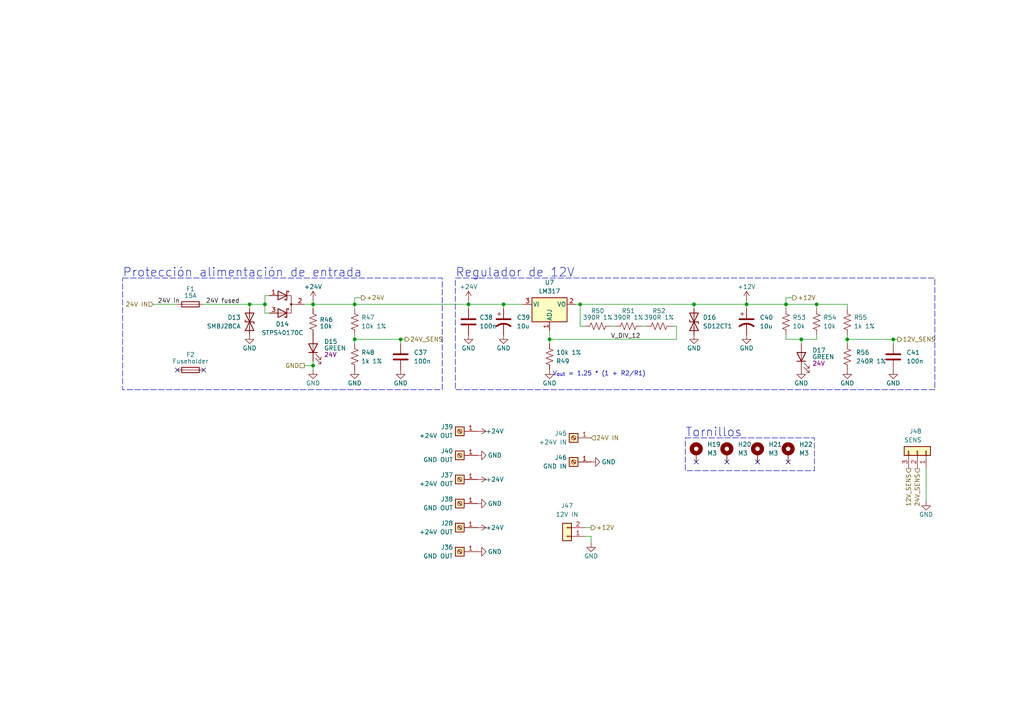
<source format=kicad_sch>
(kicad_sch (version 20250114) (generator "eeschema") (generator_version "9.0")
  (paper "A4")
  (lib_symbols
    (symbol "Connector:Screw_Terminal_01x01" (pin_names (offset 1.016) (hide yes))
      (property "Reference" "J" (at 0 2.54 0))
      (property "Value" "Screw_Terminal_01x01" (at 0 -2.54 0))
      (symbol "Screw_Terminal_01x01_1_1"
        (rectangle (start -1.27 1.27) (end 1.27 -1.27) (stroke (width 0.254)) (fill (type background)))
        (polyline (pts (xy -0.5334 0.3302) (xy 0.3302 -0.508)) (stroke (width 0.1524)))
        (polyline (pts (xy -0.3556 0.508) (xy 0.508 -0.3302)) (stroke (width 0.1524)))
        (circle (center 0 0) (radius 0.635) (stroke (width 0.1524)))
        (pin passive line (at -5.08 0 0) (length 3.81) (name "Pin_1") (number "1"))
      )
    )
    (symbol "Connector_Generic:Conn_01x02" (pin_names (offset 1.016) (hide yes))
      (property "Reference" "J" (at 0 2.54 0))
      (property "Value" "Conn_01x02" (at 0 -5.08 0))
      (symbol "Conn_01x02_1_1"
        (rectangle (start -1.27 1.27) (end 1.27 -3.81) (stroke (width 0.254)) (fill (type background)))
        (rectangle (start -1.27 0.127) (end 0 -0.127) (stroke (width 0.1524)))
        (rectangle (start -1.27 -2.413) (end 0 -2.667) (stroke (width 0.1524)))
        (pin passive line (at -5.08 0 0) (length 3.81) (name "Pin_1") (number "1"))
        (pin passive line (at -5.08 -2.54 0) (length 3.81) (name "Pin_2") (number "2"))
      )
    )
    (symbol "Connector_Generic:Conn_01x03" (pin_names (offset 1.016) (hide yes))
      (property "Reference" "J" (at 0 5.08 0))
      (property "Value" "Conn_01x03" (at 0 -5.08 0))
      (symbol "Conn_01x03_1_1"
        (rectangle (start -1.27 3.81) (end 1.27 -3.81) (stroke (width 0.254)) (fill (type background)))
        (rectangle (start -1.27 2.667) (end 0 2.413) (stroke (width 0.1524)))
        (rectangle (start -1.27 0.127) (end 0 -0.127) (stroke (width 0.1524)))
        (rectangle (start -1.27 -2.413) (end 0 -2.667) (stroke (width 0.1524)))
        (pin passive line (at -5.08 2.54 0) (length 3.81) (name "Pin_1") (number "1"))
        (pin passive line (at -5.08 0 0) (length 3.81) (name "Pin_2") (number "2"))
        (pin passive line (at -5.08 -2.54 0) (length 3.81) (name "Pin_3") (number "3"))
      )
    )
    (symbol "Device:C" (pin_numbers (hide yes)) (pin_names (offset 0.254))
      (property "Reference" "C" (at 0.635 2.54 0))
      (property "Value" "C" (at 0.635 -2.54 0))
      (symbol "C_0_1"
        (polyline (pts (xy -2.032 0.762) (xy 2.032 0.762)) (stroke (width 0.508)))
        (polyline (pts (xy -2.032 -0.762) (xy 2.032 -0.762)) (stroke (width 0.508)))
      )
      (symbol "C_1_1"
        (pin passive line (at 0 3.81 270) (length 2.794) (name "~") (number "1"))
        (pin passive line (at 0 -3.81 90) (length 2.794) (name "~") (number "2"))
      )
    )
    (symbol "Device:C_Polarized_US" (pin_numbers (hide yes)) (pin_names (offset 0.254) (hide yes))
      (property "Reference" "C" (at 0.635 2.54 0))
      (property "Value" "C_Polarized_US" (at 0.635 -2.54 0))
      (symbol "C_Polarized_US_0_1"
        (polyline (pts (xy -2.032 0.762) (xy 2.032 0.762)) (stroke (width 0.508)))
        (polyline (pts (xy -1.778 2.286) (xy -0.762 2.286)))
        (polyline (pts (xy -1.27 1.778) (xy -1.27 2.794)))
        (arc (start -2.032 -1.27) (mid 0 -0.5572) (end 2.032 -1.27) (stroke (width 0.508)))
      )
      (symbol "C_Polarized_US_1_1"
        (pin passive line (at 0 3.81 270) (length 2.794) (name "~") (number "1"))
        (pin passive line (at 0 -3.81 90) (length 3.302) (name "~") (number "2"))
      )
    )
    (symbol "Device:D_Schottky_Dual_CommonCathode_AKA_Parallel" (pin_names (offset 0.762) (hide yes))
      (property "Reference" "D" (at 0 5.08 0))
      (property "Value" "D_Schottky_Dual_CommonCathode_AKA_Parallel" (at 0 -5.08 0))
      (symbol "D_Schottky_Dual_CommonCathode_AKA_Parallel_0_1"
        (polyline (pts (xy -2.54 3.81) (xy 0 2.54) (xy -2.54 1.27) (xy -2.54 3.81) (xy -2.54 3.81) (xy -2.54 3.81)) (stroke (width 0.254)))
        (polyline (pts (xy -2.54 -1.27) (xy 0 -2.54) (xy -2.54 -3.81) (xy -2.54 -1.27) (xy -2.54 -1.27) (xy -2.54 -1.27)) (stroke (width 0.254)))
        (polyline (pts (xy -2.54 -2.54) (xy 1.27 -2.54) (xy 1.27 2.54) (xy -2.54 2.54)))
        (polyline (pts (xy 0.508 3.556) (xy 0.508 3.81) (xy 0 3.81) (xy 0 1.27) (xy -0.508 1.27) (xy -0.508 1.524)) (stroke (width 0.254)))
        (polyline (pts (xy 0.508 -1.524) (xy 0.508 -1.27) (xy 0 -1.27) (xy 0 -3.81) (xy -0.508 -3.81) (xy -0.508 -3.556)) (stroke (width 0.254)))
        (polyline (pts (xy 1.27 0) (xy 2.54 0)))
        (circle (center 1.27 0) (radius 0.254) (fill (type outline)))
        (pin passive line (at -5.08 2.54 0) (length 2.54) (name "A") (number "1"))
        (pin passive line (at -5.08 -2.54 0) (length 2.54) (name "A") (number "3"))
        (pin passive line (at 5.08 0 180) (length 2.54) (name "K") (number "2"))
      )
    )
    (symbol "Device:D_TVS" (pin_numbers (hide yes)) (pin_names (offset 1.016) (hide yes))
      (property "Reference" "D" (at 0 2.54 0))
      (property "Value" "D_TVS" (at 0 -2.54 0))
      (symbol "D_TVS_0_1"
        (polyline (pts (xy -2.54 1.27) (xy -2.54 -1.27) (xy 2.54 1.27) (xy 2.54 -1.27) (xy -2.54 1.27)) (stroke (width 0.254)))
        (polyline (pts (xy 0.508 1.27) (xy 0 1.27) (xy 0 -1.27) (xy -0.508 -1.27)) (stroke (width 0.254)))
        (polyline (pts (xy 1.27 0) (xy -1.27 0)))
      )
      (symbol "D_TVS_1_1"
        (pin passive line (at -3.81 0 0) (length 2.54) (name "A1") (number "1"))
        (pin passive line (at 3.81 0 180) (length 2.54) (name "A2") (number "2"))
      )
    )
    (symbol "Device:Fuse" (pin_numbers (hide yes)) (pin_names (offset 0))
      (property "Reference" "F" (at 2.032 0 90))
      (property "Value" "Fuse" (at -1.905 0 90))
      (symbol "Fuse_0_1"
        (rectangle (start -0.762 -2.54) (end 0.762 2.54) (stroke (width 0.254)))
        (polyline (pts (xy 0 2.54) (xy 0 -2.54)))
      )
      (symbol "Fuse_1_1"
        (pin passive line (at 0 3.81 270) (length 1.27) (name "~") (number "1"))
        (pin passive line (at 0 -3.81 90) (length 1.27) (name "~") (number "2"))
      )
    )
    (symbol "Device:LED" (pin_numbers (hide yes)) (pin_names (offset 1.016) (hide yes))
      (property "Reference" "D" (at 0 2.54 0))
      (property "Value" "LED" (at 0 -2.54 0))
      (symbol "LED_0_1"
        (polyline (pts (xy -3.048 -0.762) (xy -4.572 -2.286) (xy -3.81 -2.286) (xy -4.572 -2.286) (xy -4.572 -1.524)))
        (polyline (pts (xy -1.778 -0.762) (xy -3.302 -2.286) (xy -2.54 -2.286) (xy -3.302 -2.286) (xy -3.302 -1.524)))
        (polyline (pts (xy -1.27 0) (xy 1.27 0)))
        (polyline (pts (xy -1.27 -1.27) (xy -1.27 1.27)) (stroke (width 0.254)))
        (polyline (pts (xy 1.27 -1.27) (xy 1.27 1.27) (xy -1.27 0) (xy 1.27 -1.27)) (stroke (width 0.254)))
      )
      (symbol "LED_1_1"
        (pin passive line (at -3.81 0 0) (length 2.54) (name "K") (number "1"))
        (pin passive line (at 3.81 0 180) (length 2.54) (name "A") (number "2"))
      )
    )
    (symbol "Device:R_US" (pin_numbers (hide yes)) (pin_names (offset 0))
      (property "Reference" "R" (at 2.54 0 90))
      (property "Value" "R_US" (at -2.54 0 90))
      (symbol "R_US_0_1"
        (polyline (pts (xy 0 2.286) (xy 0 2.54)))
        (polyline (pts (xy 0 2.286) (xy 1.016 1.905) (xy 0 1.524) (xy -1.016 1.143) (xy 0 0.762)))
        (polyline (pts (xy 0 0.762) (xy 1.016 0.381) (xy 0 0) (xy -1.016 -0.381) (xy 0 -0.762)))
        (polyline (pts (xy 0 -0.762) (xy 1.016 -1.143) (xy 0 -1.524) (xy -1.016 -1.905) (xy 0 -2.286)))
        (polyline (pts (xy 0 -2.286) (xy 0 -2.54)))
      )
      (symbol "R_US_1_1"
        (pin passive line (at 0 3.81 270) (length 1.27) (name "~") (number "1"))
        (pin passive line (at 0 -3.81 90) (length 1.27) (name "~") (number "2"))
      )
    )
    (symbol "Mechanical:MountingHole_Pad" (pin_numbers (hide yes)) (pin_names (offset 1.016) (hide yes)) (exclude_from_sim yes) (in_bom no)
      (property "Reference" "H" (at 0 6.35 0))
      (property "Value" "MountingHole_Pad" (at 0 4.445 0))
      (symbol "MountingHole_Pad_0_1"
        (circle (center 0 1.27) (radius 1.27) (stroke (width 1.27)))
      )
      (symbol "MountingHole_Pad_1_1"
        (pin input line (at 0 -2.54 90) (length 2.54) (name "1") (number "1"))
      )
    )
    (symbol "Regulator_Linear:LM317_TO-220" (pin_names (offset 0.254))
      (property "Reference" "U" (at -3.81 3.175 0))
      (property "Value" "LM317_TO-220" (at 0 3.175 0))
      (symbol "LM317_TO-220_0_1"
        (rectangle (start -5.08 1.905) (end 5.08 -5.08) (stroke (width 0.254)) (fill (type background)))
      )
      (symbol "LM317_TO-220_1_1"
        (pin power_in line (at -7.62 0 0) (length 2.54) (name "VI") (number "3"))
        (pin input line (at 0 -7.62 90) (length 2.54) (name "ADJ") (number "1"))
        (pin power_out line (at 7.62 0 180) (length 2.54) (name "VO") (number "2"))
      )
    )
    (symbol "power:+12V" (power) (pin_numbers (hide yes)) (pin_names (offset 0) (hide yes))
      (property "Value" "+12V" (at 0 3.556 0))
      (symbol "+12V_0_1"
        (polyline (pts (xy -0.762 1.27) (xy 0 2.54)))
        (polyline (pts (xy 0 2.54) (xy 0.762 1.27)))
        (polyline (pts (xy 0 0) (xy 0 2.54)))
      )
      (symbol "+12V_1_1"
        (pin power_in line (at 0 0 90) (length 0) (name "~") (number "1"))
      )
    )
    (symbol "power:+24V" (power) (pin_numbers (hide yes)) (pin_names (offset 0) (hide yes))
      (property "Value" "+24V" (at 0 3.556 0))
      (symbol "+24V_0_1"
        (polyline (pts (xy -0.762 1.27) (xy 0 2.54)))
        (polyline (pts (xy 0 2.54) (xy 0.762 1.27)))
        (polyline (pts (xy 0 0) (xy 0 2.54)))
      )
      (symbol "+24V_1_1"
        (pin power_in line (at 0 0 90) (length 0) (name "~") (number "1"))
      )
    )
    (symbol "power:GND" (power) (pin_names (offset 0))
      (property "Value" "GND" (at 0 -3.81 0))
      (symbol "GND_0_1"
        (polyline (pts (xy 0 0) (xy 0 -1.27) (xy 1.27 -1.27) (xy 0 -2.54) (xy -1.27 -1.27) (xy 0 -1.27)))
      )
      (symbol "GND_1_1"
        (pin power_in line (at 0 0 270) (length 0) (hide yes) (name "GND") (number "1"))
      )
    )
  )
  (rectangle (start 132.08 80.645) (end 271.145 113.03) (stroke (width 0) (type dash)))
  (rectangle (start 198.755 127) (end 236.22 136.525) (stroke (width 0) (type dash)))
  (rectangle (start 35.56 80.645) (end 128.27 113.03) (stroke (width 0) (type dash)))
  (text "Protección alimentación de entrada" (at 35.56 80.645 0) (effects (font (size 2.54 2.54)) (justify left bottom)))
  (text "V_{out} = 1.25 * (1 + R2/R1)" (at 187.325 109.22 0) (effects (font (size 1.27 1.27)) (justify right bottom)))
  (text "Regulador de 12V" (at 132.08 80.645 0) (effects (font (size 2.54 2.54)) (justify left bottom)))
  (text "Tornillos" (at 198.755 127 0) (effects (font (size 2.54 2.54)) (justify left bottom)))
  (junction (at 259.08 98.425))
  (junction (at 216.535 88.265))
  (junction (at 90.805 106.045))
  (junction (at 72.39 88.265))
  (junction (at 245.745 98.425))
  (junction (at 168.275 88.265))
  (junction (at 201.295 88.265))
  (junction (at 116.205 98.425))
  (junction (at 232.41 98.425))
  (junction (at 90.805 88.265))
  (junction (at 135.89 88.265))
  (junction (at 159.385 98.425))
  (junction (at 227.965 88.265))
  (junction (at 236.855 88.265))
  (junction (at 102.87 98.425))
  (junction (at 76.835 88.265))
  (junction (at 102.87 88.265))
  (junction (at 146.05 88.265))
  (no_connect (at 201.93 133.985))
  (no_connect (at 210.82 133.985))
  (no_connect (at 219.71 133.985))
  (no_connect (at 51.435 107.315))
  (no_connect (at 59.055 107.315))
  (no_connect (at 228.6 133.985))
  (wire (pts (xy 178.435 94.615) (xy 177.165 94.615)))
  (wire (pts (xy 236.855 88.265) (xy 236.855 89.535)))
  (wire (pts (xy 227.965 88.265) (xy 216.535 88.265)))
  (wire (pts (xy 236.855 98.425) (xy 232.41 98.425)))
  (wire (pts (xy 245.745 89.535) (xy 245.745 88.265)))
  (wire (pts (xy 227.965 86.36) (xy 227.965 88.265)))
  (wire (pts (xy 90.805 88.265) (xy 102.87 88.265)))
  (wire (pts (xy 135.89 88.265) (xy 146.05 88.265)))
  (wire (pts (xy 259.08 98.425) (xy 259.08 99.695)))
  (wire (pts (xy 227.965 97.155) (xy 227.965 98.425)))
  (wire (pts (xy 216.535 88.265) (xy 216.535 89.535)))
  (wire (pts (xy 187.325 94.615) (xy 186.055 94.615)))
  (wire (pts (xy 72.39 89.535) (xy 72.39 88.265)))
  (wire (pts (xy 76.835 85.725) (xy 76.835 88.265)))
  (wire (pts (xy 171.45 155.575) (xy 171.45 157.48)))
  (wire (pts (xy 229.87 86.36) (xy 227.965 86.36)))
  (wire (pts (xy 102.87 86.36) (xy 102.87 88.265)))
  (wire (pts (xy 236.855 98.425) (xy 236.855 97.155)))
  (wire (pts (xy 245.745 97.155) (xy 245.745 98.425)))
  (wire (pts (xy 104.775 86.36) (xy 102.87 86.36)))
  (wire (pts (xy 236.855 88.265) (xy 227.965 88.265)))
  (wire (pts (xy 201.295 89.535) (xy 201.295 88.265)))
  (wire (pts (xy 216.535 86.995) (xy 216.535 88.265)))
  (wire (pts (xy 159.385 98.425) (xy 159.385 95.885)))
  (wire (pts (xy 159.385 98.425) (xy 196.215 98.425)))
  (wire (pts (xy 245.745 88.265) (xy 236.855 88.265)))
  (wire (pts (xy 44.45 88.265) (xy 51.435 88.265)))
  (wire (pts (xy 168.275 94.615) (xy 169.545 94.615)))
  (wire (pts (xy 201.295 88.265) (xy 216.535 88.265)))
  (wire (pts (xy 168.275 94.615) (xy 168.275 88.265)))
  (wire (pts (xy 245.745 98.425) (xy 259.08 98.425)))
  (wire (pts (xy 59.055 88.265) (xy 72.39 88.265)))
  (wire (pts (xy 78.105 85.725) (xy 76.835 85.725)))
  (wire (pts (xy 102.87 88.265) (xy 135.89 88.265)))
  (wire (pts (xy 90.805 86.995) (xy 90.805 88.265)))
  (wire (pts (xy 90.805 106.045) (xy 90.805 107.315)))
  (wire (pts (xy 245.745 99.695) (xy 245.745 98.425)))
  (wire (pts (xy 88.265 106.045) (xy 90.805 106.045)))
  (wire (pts (xy 102.87 98.425) (xy 102.87 99.695)))
  (wire (pts (xy 159.385 98.425) (xy 159.385 99.695)))
  (wire (pts (xy 146.05 88.265) (xy 146.05 89.535)))
  (wire (pts (xy 151.765 88.265) (xy 146.05 88.265)))
  (wire (pts (xy 90.805 88.265) (xy 90.805 89.535)))
  (wire (pts (xy 135.89 86.995) (xy 135.89 88.265)))
  (wire (pts (xy 227.965 89.535) (xy 227.965 88.265)))
  (wire (pts (xy 102.87 88.265) (xy 102.87 89.535)))
  (wire (pts (xy 78.105 90.805) (xy 76.835 90.805)))
  (wire (pts (xy 232.41 98.425) (xy 232.41 99.695)))
  (wire (pts (xy 259.08 98.425) (xy 260.35 98.425)))
  (wire (pts (xy 167.005 88.265) (xy 168.275 88.265)))
  (wire (pts (xy 196.215 94.615) (xy 196.215 98.425)))
  (wire (pts (xy 169.545 155.575) (xy 171.45 155.575)))
  (wire (pts (xy 90.805 104.775) (xy 90.805 106.045)))
  (wire (pts (xy 88.265 88.265) (xy 90.805 88.265)))
  (wire (pts (xy 232.41 98.425) (xy 227.965 98.425)))
  (wire (pts (xy 116.205 98.425) (xy 116.205 99.695)))
  (wire (pts (xy 268.605 135.89) (xy 268.605 145.415)))
  (wire (pts (xy 76.835 90.805) (xy 76.835 88.265)))
  (wire (pts (xy 102.87 98.425) (xy 116.205 98.425)))
  (wire (pts (xy 72.39 88.265) (xy 76.835 88.265)))
  (wire (pts (xy 168.275 88.265) (xy 201.295 88.265)))
  (wire (pts (xy 135.89 89.535) (xy 135.89 88.265)))
  (wire (pts (xy 196.215 94.615) (xy 194.945 94.615)))
  (wire (pts (xy 116.205 98.425) (xy 117.475 98.425)))
  (wire (pts (xy 102.87 97.155) (xy 102.87 98.425)))
  (wire (pts (xy 171.45 153.035) (xy 169.545 153.035)))
  (label "24V fused" (at 59.69 88.265 0))
  (label "V_DIV_12" (at 177.165 98.425 0))
  (label "24V in" (at 45.72 88.265 0))
  (hierarchical_label "24V IN" (shape input) (at 44.45 88.265 180))
  (hierarchical_label "+24V" (shape output) (at 104.775 86.36 0))
  (hierarchical_label "GND" (shape passive) (at 88.265 106.045 180))
  (hierarchical_label "24V_SENS" (shape output) (at 266.065 135.89 270))
  (hierarchical_label "12V_SENS" (shape output) (at 263.525 135.89 270))
  (hierarchical_label "+12V" (shape output) (at 229.87 86.36 0))
  (hierarchical_label "+12V" (shape output) (at 171.45 153.035 0))
  (hierarchical_label "24V_SENS" (shape output) (at 117.475 98.425 0))
  (hierarchical_label "12V_SENS" (shape output) (at 260.35 98.425 0))
  (hierarchical_label "24V IN" (shape input) (at 171.45 127 0))
  (symbol (lib_id "power:GND") (at 245.745 107.315 0) (unit 1)
    (property "Reference" "#PWR0110" (effects (hide yes)))
    (property "Value" "GND" (at 245.745 111.125 0))
  )
  (symbol (lib_id "power:GND") (at 171.45 157.48 0) (unit 1)
    (property "Reference" "#PWR096" (effects (hide yes)))
    (property "Value" "GND" (at 171.45 161.29 0))
  )
  (symbol (lib_id "Connector:Screw_Terminal_01x01") (at 166.37 133.985 180) (unit 1)
    (property "Reference" "J46" (at 164.465 132.715 0) (effects (justify left)))
    (property "Value" "GND IN" (at 164.465 135.255 0) (effects (justify left)))
    (property "Footprint" "MountingHole:MountingHole_2.5mm_Pad_TopBottom" (effects (hide yes)))
    (property "Datasheet" "-" (effects (hide yes)))
    (property "LCSC part" "-" (effects (hide yes)))
  )
  (symbol (lib_id "power:+24V") (at 90.805 86.995 0) (mirror y) (unit 1)
    (property "Reference" "#PWR098" (effects (hide yes)))
    (property "Value" "+24V" (at 90.805 83.185 0))
    (property "Description" "Power symbol creates a global label with name \"+24V\"" (effects (hide yes)))
  )
  (symbol (lib_id "Mechanical:MountingHole_Pad") (at 210.82 131.445 0) (unit 1)
    (property "Reference" "H20" (at 213.995 128.905 0) (effects (justify left)))
    (property "Value" "M3" (at 213.995 131.445 0) (effects (justify left)))
    (property "Footprint" "MountingHole:MountingHole_3.2mm_M3" (effects (hide yes)))
    (property "Description" "Mounting Hole with connection" (effects (hide yes)))
  )
  (symbol (lib_id "Device:R_US") (at 102.87 93.345 0) (unit 1)
    (property "Reference" "R47" (at 104.775 92.075 0) (effects (justify left)))
    (property "Value" "10k 1%" (at 104.775 94.615 0) (effects (justify left)))
    (property "Footprint" "Resistor_SMD:R_0603_1608Metric" (effects (hide yes)))
    (property "Datasheet" "https://www.lcsc.com/datasheet/lcsc_datasheet_2410121258_LIZ-Elec-CR0603FA1002G_C126901.pdf" (effects (hide yes)))
    (property "LCSC part" " C126901" (effects (hide yes)))
  )
  (symbol (lib_id "power:GND") (at 116.205 107.315 0) (unit 1)
    (property "Reference" "#PWR0101" (effects (hide yes)))
    (property "Value" "GND" (at 116.205 111.125 0))
  )
  (symbol (lib_id "Mechanical:MountingHole_Pad") (at 201.93 131.445 0) (unit 1)
    (property "Reference" "H19" (at 205.105 128.905 0) (effects (justify left)))
    (property "Value" "M3" (at 205.105 131.445 0) (effects (justify left)))
    (property "Footprint" "MountingHole:MountingHole_3.2mm_M3" (effects (hide yes)))
    (property "Description" "Mounting Hole with connection" (effects (hide yes)))
  )
  (symbol (lib_id "power:GND") (at 146.05 97.155 0) (unit 1)
    (property "Reference" "#PWR0104" (effects (hide yes)))
    (property "Value" "GND" (at 146.05 100.965 0))
  )
  (symbol (lib_id "power:GND") (at 72.39 97.155 0) (mirror y) (unit 1)
    (property "Reference" "#PWR097" (effects (hide yes)))
    (property "Value" "GND" (at 72.39 100.965 0))
  )
  (symbol (lib_id "Connector:Screw_Terminal_01x01") (at 133.35 132.08 180) (unit 1)
    (property "Reference" "J40" (at 131.445 130.81 0) (effects (justify left)))
    (property "Value" "GND OUT" (at 131.445 133.35 0) (effects (justify left)))
    (property "Footprint" "MountingHole:MountingHole_2.5mm_Pad_TopBottom" (effects (hide yes)))
    (property "Datasheet" "-" (effects (hide yes)))
    (property "LCSC part" "-" (effects (hide yes)))
  )
  (symbol (lib_id "Device:C") (at 116.205 103.505 0) (unit 1)
    (property "Reference" "C37" (at 120.015 102.2349 0) (effects (justify left)))
    (property "Value" "100n" (at 120.015 104.7749 0) (effects (justify left)))
    (property "Footprint" "Capacitor_SMD:C_0603_1608Metric" (effects (hide yes)))
    (property "Datasheet" "https://www.lcsc.com/datasheet/lcsc_datasheet_2208181800_FOJAN-FCC0603B104K500CT_C5137636.pdf" (effects (hide yes)))
    (property "LCSC part" " C5137636" (effects (hide yes)))
  )
  (symbol (lib_id "power:GND") (at 268.605 145.415 0) (mirror y) (unit 1)
    (property "Reference" "#PWR095" (effects (hide yes)))
    (property "Value" "GND" (at 268.605 149.225 0))
  )
  (symbol (lib_id "Device:C") (at 259.08 103.505 0) (unit 1)
    (property "Reference" "C41" (at 262.89 102.2349 0) (effects (justify left)))
    (property "Value" "100n" (at 262.89 104.7749 0) (effects (justify left)))
    (property "Footprint" "Capacitor_SMD:C_0603_1608Metric" (effects (hide yes)))
    (property "Datasheet" "https://www.lcsc.com/datasheet/lcsc_datasheet_2208181800_FOJAN-FCC0603B104K500CT_C5137636.pdf" (effects (hide yes)))
    (property "LCSC part" " C5137636" (effects (hide yes)))
  )
  (symbol (lib_id "power:GND") (at 171.45 133.985 90) (unit 1)
    (property "Reference" "#PWR090" (effects (hide yes)))
    (property "Value" "GND" (at 176.53 133.985 90))
    (property "Description" "Power symbol creates a global label with name \"GND\" , ground" (effects (hide yes)))
  )
  (symbol (lib_id "Device:R_US") (at 173.355 94.615 90) (unit 1)
    (property "Reference" "R50" (at 173.355 90.17 90))
    (property "Value" "390R 1%" (at 173.355 92.075 90))
    (property "Footprint" "Resistor_SMD:R_0603_1608Metric" (effects (hide yes)))
    (property "Datasheet" "https://www.lcsc.com/datasheet/lcsc_datasheet_2206021245_VO-SCR0603F390R_C3016257.pdf" (effects (hide yes)))
    (property "LCSC part" " C3016257" (effects (hide yes)))
  )
  (symbol (lib_id "Device:Fuse") (at 55.245 88.265 90) (unit 1)
    (property "Reference" "F1" (at 55.245 83.82 90))
    (property "Value" "15A" (at 55.245 85.725 90))
    (property "Footprint" "RTSpeed:Fuseholder_Automotive" (effects (hide yes)))
    (property "Datasheet" "https://www.littelfuse.com/assetdocs/littelfuse_datasheet_297_mini32v.pdf?assetguid=42c9dd21-a88e-4328-8e67-2f832444faf1" (effects (hide yes)))
    (property "Description" "0297015.WXNV" (effects (hide yes)))
    (property "LCSC part" "C151095" (effects (hide yes)))
  )
  (symbol (lib_id "Device:R_US") (at 102.87 103.505 180) (unit 1)
    (property "Reference" "R48" (at 104.775 102.235 0) (effects (justify right)))
    (property "Value" "1k 1%" (at 104.775 104.775 0) (effects (justify right)))
    (property "Footprint" "Resistor_SMD:R_0603_1608Metric" (effects (hide yes)))
    (property "Datasheet" "https://www.lcsc.com/datasheet/lcsc_datasheet_2304140030_RALEC-RTT031001FTP_C103198.pdf" (effects (hide yes)))
    (property "Sim.Device" "R" (effects (hide yes)))
    (property "Sim.Pins" "1=+ 2=-" (effects (hide yes)))
    (property "LCSC part" " C103198" (effects (hide yes)))
  )
  (symbol (lib_id "power:GND") (at 138.43 160.02 90) (unit 1)
    (property "Reference" "#PWR026" (effects (hide yes)))
    (property "Value" "GND" (at 143.51 160.02 90))
    (property "Description" "Power symbol creates a global label with name \"GND\" , ground" (effects (hide yes)))
  )
  (symbol (lib_id "Connector:Screw_Terminal_01x01") (at 133.35 125.095 180) (unit 1)
    (property "Reference" "J39" (at 131.445 123.825 0) (effects (justify left)))
    (property "Value" "+24V OUT" (at 131.445 126.365 0) (effects (justify left)))
    (property "Footprint" "MountingHole:MountingHole_2.5mm_Pad_TopBottom" (effects (hide yes)))
    (property "Datasheet" "-" (effects (hide yes)))
    (property "LCSC part" "-" (effects (hide yes)))
  )
  (symbol (lib_id "Device:Fuse") (at 55.245 107.315 90) (unit 1) (on_board no)
    (property "Reference" "F2" (at 55.245 102.87 90))
    (property "Value" "Fuseholder" (at 55.245 104.775 90))
    (property "Datasheet" "https://www.lcsc.com/datasheet/lcsc_datasheet_2410121830_XFCN-XF-508P-B-B_C19727305.pdf" (effects (hide yes)))
    (property "Description" "Fuse" (effects (hide yes)))
    (property "LCSC part" "C19727305" (effects (hide yes)))
  )
  (symbol (lib_id "power:GND") (at 138.43 132.08 90) (unit 1)
    (property "Reference" "#PWR031" (effects (hide yes)))
    (property "Value" "GND" (at 143.51 132.08 90))
    (property "Description" "Power symbol creates a global label with name \"GND\" , ground" (effects (hide yes)))
  )
  (symbol (lib_id "power:GND") (at 102.87 107.315 0) (unit 1)
    (property "Reference" "#PWR0100" (effects (hide yes)))
    (property "Value" "GND" (at 102.87 111.125 0))
  )
  (symbol (lib_id "power:+24V") (at 138.43 153.035 270) (mirror x) (unit 1)
    (property "Reference" "#PWR064" (effects (hide yes)))
    (property "Value" "+24V" (at 143.51 153.035 90))
    (property "Description" "Power symbol creates a global label with name \"+24V\"" (effects (hide yes)))
  )
  (symbol (lib_id "Device:C_Polarized_US") (at 216.535 93.345 0) (unit 1)
    (property "Reference" "C40" (at 220.345 92.075 0) (effects (justify left)))
    (property "Value" "10u" (at 220.345 94.615 0) (effects (justify left)))
    (property "Footprint" "Capacitor_SMD:CP_Elec_4x5.4" (effects (hide yes)))
    (property "Datasheet" "https://www.lcsc.com/datasheet/lcsc_datasheet_2410121458_ROQANG-RVT1E100M0405_C72484.pdf" (effects (hide yes)))
    (property "LCSC part" "C72484" (effects (hide yes)))
  )
  (symbol (lib_id "Device:D_TVS") (at 72.39 93.345 90) (unit 1)
    (property "Reference" "D13" (at 69.85 92.075 90) (effects (justify left)))
    (property "Value" "SMBJ28CA" (at 69.85 94.615 90) (effects (justify left)))
    (property "Footprint" "Diode_SMD:D_SMB" (effects (hide yes)))
    (property "Datasheet" "https://www.littelfuse.com/assetdocs/tvs-diodes-smbj-series-datasheet?assetguid=09a6ae9a-73cb-4ac4-acac-e6dab92ab953" (effects (hide yes)))
    (property "Description" "Bidirectional transient-voltage-suppression diode" (effects (hide yes)))
    (property "LCSC part" " C151259" (effects (hide yes)))
  )
  (symbol (lib_id "power:+24V") (at 135.89 86.995 0) (unit 1)
    (property "Reference" "#PWR0102" (effects (hide yes)))
    (property "Value" "+24V" (at 135.89 83.185 0))
    (property "Description" "Power symbol creates a global label with name \"+24V\"" (effects (hide yes)))
  )
  (symbol (lib_id "Device:R_US") (at 236.855 93.345 0) (unit 1)
    (property "Reference" "R54" (at 238.76 92.075 0) (effects (justify left)))
    (property "Value" "10k" (at 238.76 94.615 0) (effects (justify left)))
    (property "Footprint" "Resistor_SMD:R_0603_1608Metric" (effects (hide yes)))
    (property "Datasheet" "https://www.lcsc.com/datasheet/lcsc_datasheet_2410121258_LIZ-Elec-CR0603FA1002G_C126901.pdf" (effects (hide yes)))
    (property "LCSC part" " C126901" (effects (hide yes)))
  )
  (symbol (lib_id "power:GND") (at 138.43 146.05 90) (unit 1)
    (property "Reference" "#PWR027" (effects (hide yes)))
    (property "Value" "GND" (at 143.51 146.05 90))
    (property "Description" "Power symbol creates a global label with name \"GND\" , ground" (effects (hide yes)))
  )
  (symbol (lib_id "Connector_Generic:Conn_01x03") (at 266.065 130.81 270) (mirror x) (unit 1)
    (property "Reference" "J48" (at 267.335 125.095 90) (effects (justify right)))
    (property "Value" "SENS" (at 267.335 127.635 90) (effects (justify right)))
    (property "Footprint" "Connector_JST:JST_PH_B3B-PH-K_1x03_P2.00mm_Vertical" (effects (hide yes)))
    (property "Description" "Generic connector, single row, 01x03, script generated (kicad-library-utils/schlib/autogen/connector/)" (effects (hide yes)))
  )
  (symbol (lib_id "power:GND") (at 201.295 97.155 0) (unit 1)
    (property "Reference" "#PWR0106" (effects (hide yes)))
    (property "Value" "GND" (at 201.295 100.965 0))
  )
  (symbol (lib_id "Device:R_US") (at 159.385 103.505 180) (unit 1)
    (property "Reference" "R49" (at 161.29 104.775 0) (effects (justify right)))
    (property "Value" "10k 1%" (at 161.29 102.235 0) (effects (justify right)))
    (property "Footprint" "Resistor_SMD:R_0603_1608Metric" (effects (hide yes)))
    (property "Datasheet" "https://www.lcsc.com/datasheet/lcsc_datasheet_2410121258_LIZ-Elec-CR0603FA1002G_C126901.pdf" (effects (hide yes)))
    (property "LCSC part" " C126901" (effects (hide yes)))
  )
  (symbol (lib_id "power:GND") (at 90.805 107.315 0) (unit 1)
    (property "Reference" "#PWR099" (effects (hide yes)))
    (property "Value" "GND" (at 90.805 111.125 0))
  )
  (symbol (lib_id "Device:R_US") (at 182.245 94.615 90) (unit 1)
    (property "Reference" "R51" (at 182.245 90.17 90))
    (property "Value" "390R 1%" (at 182.245 92.075 90))
    (property "Footprint" "Resistor_SMD:R_0603_1608Metric" (effects (hide yes)))
    (property "Datasheet" "https://www.lcsc.com/datasheet/lcsc_datasheet_2206021245_VO-SCR0603F390R_C3016257.pdf" (effects (hide yes)))
    (property "LCSC part" " C3016257" (effects (hide yes)))
  )
  (symbol (lib_id "Device:R_US") (at 227.965 93.345 0) (unit 1)
    (property "Reference" "R53" (at 229.87 92.075 0) (effects (justify left)))
    (property "Value" "10k" (at 229.87 94.615 0) (effects (justify left)))
    (property "Footprint" "Resistor_SMD:R_0603_1608Metric" (effects (hide yes)))
    (property "Datasheet" "https://www.lcsc.com/datasheet/lcsc_datasheet_2410121258_LIZ-Elec-CR0603FA1002G_C126901.pdf" (effects (hide yes)))
    (property "LCSC part" " C126901" (effects (hide yes)))
  )
  (symbol (lib_id "Connector:Screw_Terminal_01x01") (at 133.35 146.05 180) (unit 1)
    (property "Reference" "J38" (at 131.445 144.78 0) (effects (justify left)))
    (property "Value" "GND OUT" (at 131.445 147.32 0) (effects (justify left)))
    (property "Footprint" "MountingHole:MountingHole_2.5mm_Pad_TopBottom" (effects (hide yes)))
    (property "Datasheet" "-" (effects (hide yes)))
    (property "LCSC part" "-" (effects (hide yes)))
  )
  (symbol (lib_id "power:+24V") (at 138.43 139.065 270) (mirror x) (unit 1)
    (property "Reference" "#PWR063" (effects (hide yes)))
    (property "Value" "+24V" (at 143.51 139.065 90))
    (property "Description" "Power symbol creates a global label with name \"+24V\"" (effects (hide yes)))
  )
  (symbol (lib_id "Device:D_TVS") (at 201.295 93.345 90) (unit 1)
    (property "Reference" "D16" (at 203.835 92.075 90) (effects (justify right)))
    (property "Value" "SD12CT1" (at 203.835 94.615 90) (effects (justify right)))
    (property "Footprint" "Diode_SMD:D_SOD-323_HandSoldering" (effects (hide yes)))
    (property "Datasheet" "https://www.onsemi.com/download/data-sheet/pdf/sd12ct1-d.pdf" (effects (hide yes)))
    (property "Description" "Bidirectional transient-voltage-suppression diode" (effects (hide yes)))
    (property "LCSC part" "C328100" (effects (hide yes)))
  )
  (symbol (lib_id "Device:LED") (at 90.805 100.965 90) (unit 1)
    (property "Reference" "D15" (at 93.98 99.06 90) (effects (justify right)))
    (property "Value" "GREEN" (at 93.98 100.965 90) (effects (justify right)))
    (property "Footprint" "LED_SMD:LED_0805_2012Metric" (effects (hide yes)))
    (property "Datasheet" "https://www.lcsc.com/datasheet/lcsc_datasheet_2504101957_XINGLIGHT-XL-2012UGC_C965815.pdf" (effects (hide yes)))
    (property "Use" "24V" (at 93.98 102.87 90) (effects (justify right)))
    (property "LCSC part" " C965815" (effects (hide yes)))
  )
  (symbol (lib_id "Device:D_Schottky_Dual_CommonCathode_AKA_Parallel") (at 83.185 88.265 0) (unit 1)
    (property "Reference" "D14" (at 81.915 93.98 0))
    (property "Value" "STPS40170C" (at 81.915 96.52 0))
    (property "Footprint" "Package_TO_SOT_THT:TO-220-3_Vertical" (effects (hide yes)))
    (property "Datasheet" "https://www.st.com/resource/en/datasheet/stps40170c.pdf" (effects (hide yes)))
    (property "Description" "Dual Schottky diode, common anode on pin 1" (effects (hide yes)))
    (property "LCSC part" "C222365" (effects (hide yes)))
  )
  (symbol (lib_id "power:GND") (at 216.535 97.155 0) (unit 1)
    (property "Reference" "#PWR0108" (effects (hide yes)))
    (property "Value" "GND" (at 216.535 100.965 0))
  )
  (symbol (lib_id "Connector:Screw_Terminal_01x01") (at 133.35 153.035 180) (unit 1)
    (property "Reference" "J28" (at 131.445 151.765 0) (effects (justify left)))
    (property "Value" "+24V OUT" (at 131.445 154.305 0) (effects (justify left)))
    (property "Footprint" "MountingHole:MountingHole_2.5mm_Pad_TopBottom" (effects (hide yes)))
    (property "Datasheet" "-" (effects (hide yes)))
    (property "LCSC part" "-" (effects (hide yes)))
  )
  (symbol (lib_id "Connector:Screw_Terminal_01x01") (at 166.37 127 180) (unit 1)
    (property "Reference" "J45" (at 164.465 125.73 0) (effects (justify left)))
    (property "Value" "+24V IN" (at 164.465 128.27 0) (effects (justify left)))
    (property "Footprint" "MountingHole:MountingHole_2.5mm_Pad_TopBottom" (effects (hide yes)))
    (property "Datasheet" "-" (effects (hide yes)))
    (property "LCSC part" "-" (effects (hide yes)))
  )
  (symbol (lib_id "Connector_Generic:Conn_01x02") (at 164.465 155.575 180) (unit 1)
    (property "Reference" "J47" (at 164.465 146.685 0))
    (property "Value" "12V IN" (at 164.465 149.225 0))
    (property "Footprint" "Connector_JST:JST_PH_B2B-PH-K_1x02_P2.00mm_Vertical" (effects (hide yes)))
    (property "Description" "Generic connector, single row, 01x02, script generated (kicad-library-utils/schlib/autogen/connector/)" (effects (hide yes)))
  )
  (symbol (lib_id "power:GND") (at 259.08 107.315 0) (unit 1)
    (property "Reference" "#PWR0111" (effects (hide yes)))
    (property "Value" "GND" (at 259.08 111.125 0))
  )
  (symbol (lib_id "Device:R_US") (at 245.745 93.345 0) (unit 1)
    (property "Reference" "R55" (at 247.65 92.075 0) (effects (justify left)))
    (property "Value" "1k 1%" (at 247.65 94.615 0) (effects (justify left)))
    (property "Footprint" "Resistor_SMD:R_0603_1608Metric" (effects (hide yes)))
    (property "Datasheet" "https://www.lcsc.com/datasheet/lcsc_datasheet_2410121258_LIZ-Elec-CR0603FA1002G_C126901.pdf" (effects (hide yes)))
    (property "LCSC part" " C126901" (effects (hide yes)))
  )
  (symbol (lib_id "Connector:Screw_Terminal_01x01") (at 133.35 139.065 180) (unit 1)
    (property "Reference" "J37" (at 131.445 137.795 0) (effects (justify left)))
    (property "Value" "+24V OUT" (at 131.445 140.335 0) (effects (justify left)))
    (property "Footprint" "MountingHole:MountingHole_2.5mm_Pad_TopBottom" (effects (hide yes)))
    (property "Datasheet" "-" (effects (hide yes)))
    (property "LCSC part" "-" (effects (hide yes)))
  )
  (symbol (lib_id "Device:LED") (at 232.41 103.505 90) (unit 1)
    (property "Reference" "D17" (at 235.585 101.6 90) (effects (justify right)))
    (property "Value" "GREEN" (at 235.585 103.505 90) (effects (justify right)))
    (property "Footprint" "LED_SMD:LED_0805_2012Metric" (effects (hide yes)))
    (property "Datasheet" "https://www.lcsc.com/datasheet/lcsc_datasheet_2504101957_XINGLIGHT-XL-2012UGC_C965815.pdf" (effects (hide yes)))
    (property "Use" "24V" (at 235.585 105.41 90) (effects (justify right)))
    (property "LCSC part" " C965815" (effects (hide yes)))
  )
  (symbol (lib_id "Device:C_Polarized_US") (at 146.05 93.345 0) (unit 1)
    (property "Reference" "C39" (at 149.86 92.075 0) (effects (justify left)))
    (property "Value" "10u" (at 149.86 94.615 0) (effects (justify left)))
    (property "Footprint" "Capacitor_SMD:CP_Elec_4x5.4" (effects (hide yes)))
    (property "Datasheet" "https://www.lcsc.com/datasheet/lcsc_datasheet_2410121458_ROQANG-RVT1E100M0405_C72484.pdf" (effects (hide yes)))
    (property "LCSC part" "C72484" (effects (hide yes)))
  )
  (symbol (lib_id "power:GND") (at 159.385 107.315 0) (unit 1)
    (property "Reference" "#PWR0105" (effects (hide yes)))
    (property "Value" "GND" (at 159.385 111.125 0))
  )
  (symbol (lib_id "Device:R_US") (at 90.805 93.345 0) (unit 1)
    (property "Reference" "R46" (at 92.71 92.71 0) (effects (justify left)))
    (property "Value" "10k" (at 92.71 94.615 0) (effects (justify left)))
    (property "Footprint" "Resistor_SMD:R_0603_1608Metric" (effects (hide yes)))
    (property "Datasheet" "https://www.lcsc.com/datasheet/lcsc_datasheet_2410121258_LIZ-Elec-CR0603FA1002G_C126901.pdf" (effects (hide yes)))
    (property "LCSC part" " C126901" (effects (hide yes)))
  )
  (symbol (lib_id "Device:C") (at 135.89 93.345 0) (unit 1)
    (property "Reference" "C38" (at 139.065 92.0749 0) (effects (justify left)))
    (property "Value" "100n" (at 139.065 94.6149 0) (effects (justify left)))
    (property "Footprint" "Capacitor_SMD:C_0603_1608Metric" (effects (hide yes)))
    (property "Datasheet" "https://www.lcsc.com/datasheet/lcsc_datasheet_2208181800_FOJAN-FCC0603B104K500CT_C5137636.pdf" (effects (hide yes)))
    (property "LCSC part" " C5137636" (effects (hide yes)))
  )
  (symbol (lib_id "power:+24V") (at 138.43 125.095 270) (mirror x) (unit 1)
    (property "Reference" "#PWR059" (effects (hide yes)))
    (property "Value" "+24V" (at 143.51 125.095 90))
    (property "Description" "Power symbol creates a global label with name \"+24V\"" (effects (hide yes)))
  )
  (symbol (lib_id "power:GND") (at 135.89 97.155 0) (unit 1)
    (property "Reference" "#PWR0103" (effects (hide yes)))
    (property "Value" "GND" (at 135.89 100.965 0))
  )
  (symbol (lib_id "power:+12V") (at 216.535 86.995 0) (unit 1)
    (property "Reference" "#PWR0107" (effects (hide yes)))
    (property "Value" "+12V" (at 216.535 83.185 0))
    (property "Description" "Power symbol creates a global label with name \"+12V\"" (effects (hide yes)))
  )
  (symbol (lib_id "Connector:Screw_Terminal_01x01") (at 133.35 160.02 180) (unit 1)
    (property "Reference" "J36" (at 131.445 158.75 0) (effects (justify left)))
    (property "Value" "GND OUT" (at 131.445 161.29 0) (effects (justify left)))
    (property "Footprint" "MountingHole:MountingHole_2.5mm_Pad_TopBottom" (effects (hide yes)))
    (property "Datasheet" "-" (effects (hide yes)))
    (property "LCSC part" "-" (effects (hide yes)))
  )
  (symbol (lib_id "Mechanical:MountingHole_Pad") (at 228.6 131.445 0) (unit 1)
    (property "Reference" "H22" (at 231.775 128.905 0) (effects (justify left)))
    (property "Value" "M3" (at 231.775 131.445 0) (effects (justify left)))
    (property "Footprint" "MountingHole:MountingHole_3.2mm_M3" (effects (hide yes)))
    (property "Description" "Mounting Hole with connection" (effects (hide yes)))
  )
  (symbol (lib_id "Device:R_US") (at 191.135 94.615 90) (unit 1)
    (property "Reference" "R52" (at 191.135 90.17 90))
    (property "Value" "390R 1%" (at 191.135 92.075 90))
    (property "Footprint" "Resistor_SMD:R_0603_1608Metric" (effects (hide yes)))
    (property "Datasheet" "https://www.lcsc.com/datasheet/lcsc_datasheet_2206021245_VO-SCR0603F390R_C3016257.pdf" (effects (hide yes)))
    (property "LCSC part" " C3016257" (effects (hide yes)))
  )
  (symbol (lib_id "Mechanical:MountingHole_Pad") (at 219.71 131.445 0) (unit 1)
    (property "Reference" "H21" (at 222.885 128.905 0) (effects (justify left)))
    (property "Value" "M3" (at 222.885 131.445 0) (effects (justify left)))
    (property "Footprint" "MountingHole:MountingHole_3.2mm_M3" (effects (hide yes)))
    (property "Description" "Mounting Hole with connection" (effects (hide yes)))
  )
  (symbol (lib_id "Device:R_US") (at 245.745 103.505 0) (unit 1)
    (property "Reference" "R56" (at 248.285 102.2349 0) (effects (justify left)))
    (property "Value" "240R 1%" (at 248.285 104.7749 0) (effects (justify left)))
    (property "Footprint" "Resistor_SMD:R_0603_1608Metric" (effects (hide yes)))
    (property "Datasheet" "https://www.lcsc.com/datasheet/lcsc_datasheet_2411220041_FH--Guangdong-Fenghua-Advanced-Tech-RS-03K2400FT_C286579.pdf" (effects (hide yes)))
    (property "LCSC part" " C286579" (effects (hide yes)))
  )
  (symbol (lib_id "Regulator_Linear:LM317_TO-220") (at 159.385 88.265 0) (unit 1)
    (property "Reference" "U7" (at 159.385 81.915 0))
    (property "Value" "LM317" (at 159.385 84.455 0))
    (property "Footprint" "Package_TO_SOT_THT:TO-220-3_Vertical" (effects (hide yes)))
    (property "Datasheet" "http://www.ti.com/lit/ds/symlink/lm317.pdf" (effects (hide yes)))
    (property "LCSC part" "C3014307" (effects (hide yes)))
  )
  (symbol (lib_id "power:GND") (at 232.41 107.315 0) (unit 1)
    (property "Reference" "#PWR0109" (effects (hide yes)))
    (property "Value" "GND" (at 232.41 111.125 0))
  )
)
</source>
